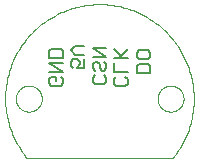
<source format=gbo>
G75*
%MOIN*%
%OFA0B0*%
%FSLAX25Y25*%
%IPPOS*%
%LPD*%
%AMOC8*
5,1,8,0,0,1.08239X$1,22.5*
%
%ADD10C,0.00000*%
%ADD11C,0.00300*%
%ADD12C,0.00500*%
D10*
X0008237Y0001406D02*
X0057056Y0001406D01*
X0051937Y0021091D02*
X0051939Y0021222D01*
X0051945Y0021354D01*
X0051955Y0021485D01*
X0051969Y0021616D01*
X0051987Y0021746D01*
X0052009Y0021875D01*
X0052034Y0022004D01*
X0052064Y0022132D01*
X0052098Y0022259D01*
X0052135Y0022386D01*
X0052176Y0022510D01*
X0052221Y0022634D01*
X0052270Y0022756D01*
X0052322Y0022877D01*
X0052378Y0022995D01*
X0052438Y0023113D01*
X0052501Y0023228D01*
X0052568Y0023341D01*
X0052638Y0023453D01*
X0052711Y0023562D01*
X0052787Y0023668D01*
X0052867Y0023773D01*
X0052950Y0023875D01*
X0053036Y0023974D01*
X0053125Y0024071D01*
X0053217Y0024165D01*
X0053312Y0024256D01*
X0053409Y0024345D01*
X0053509Y0024430D01*
X0053612Y0024512D01*
X0053717Y0024591D01*
X0053824Y0024667D01*
X0053934Y0024739D01*
X0054046Y0024808D01*
X0054160Y0024874D01*
X0054275Y0024936D01*
X0054393Y0024995D01*
X0054512Y0025050D01*
X0054633Y0025102D01*
X0054756Y0025149D01*
X0054880Y0025193D01*
X0055005Y0025234D01*
X0055131Y0025270D01*
X0055259Y0025303D01*
X0055387Y0025331D01*
X0055516Y0025356D01*
X0055646Y0025377D01*
X0055776Y0025394D01*
X0055907Y0025407D01*
X0056038Y0025416D01*
X0056169Y0025421D01*
X0056301Y0025422D01*
X0056432Y0025419D01*
X0056564Y0025412D01*
X0056695Y0025401D01*
X0056825Y0025386D01*
X0056955Y0025367D01*
X0057085Y0025344D01*
X0057213Y0025318D01*
X0057341Y0025287D01*
X0057468Y0025252D01*
X0057594Y0025214D01*
X0057718Y0025172D01*
X0057842Y0025126D01*
X0057963Y0025076D01*
X0058083Y0025023D01*
X0058202Y0024966D01*
X0058319Y0024906D01*
X0058433Y0024842D01*
X0058546Y0024774D01*
X0058657Y0024703D01*
X0058766Y0024629D01*
X0058872Y0024552D01*
X0058976Y0024471D01*
X0059077Y0024388D01*
X0059176Y0024301D01*
X0059272Y0024211D01*
X0059365Y0024118D01*
X0059456Y0024023D01*
X0059543Y0023925D01*
X0059628Y0023824D01*
X0059709Y0023721D01*
X0059787Y0023615D01*
X0059862Y0023507D01*
X0059934Y0023397D01*
X0060002Y0023285D01*
X0060067Y0023171D01*
X0060128Y0023054D01*
X0060186Y0022936D01*
X0060240Y0022816D01*
X0060291Y0022695D01*
X0060338Y0022572D01*
X0060381Y0022448D01*
X0060420Y0022323D01*
X0060456Y0022196D01*
X0060487Y0022068D01*
X0060515Y0021940D01*
X0060539Y0021811D01*
X0060559Y0021681D01*
X0060575Y0021550D01*
X0060587Y0021419D01*
X0060595Y0021288D01*
X0060599Y0021157D01*
X0060599Y0021025D01*
X0060595Y0020894D01*
X0060587Y0020763D01*
X0060575Y0020632D01*
X0060559Y0020501D01*
X0060539Y0020371D01*
X0060515Y0020242D01*
X0060487Y0020114D01*
X0060456Y0019986D01*
X0060420Y0019859D01*
X0060381Y0019734D01*
X0060338Y0019610D01*
X0060291Y0019487D01*
X0060240Y0019366D01*
X0060186Y0019246D01*
X0060128Y0019128D01*
X0060067Y0019011D01*
X0060002Y0018897D01*
X0059934Y0018785D01*
X0059862Y0018675D01*
X0059787Y0018567D01*
X0059709Y0018461D01*
X0059628Y0018358D01*
X0059543Y0018257D01*
X0059456Y0018159D01*
X0059365Y0018064D01*
X0059272Y0017971D01*
X0059176Y0017881D01*
X0059077Y0017794D01*
X0058976Y0017711D01*
X0058872Y0017630D01*
X0058766Y0017553D01*
X0058657Y0017479D01*
X0058546Y0017408D01*
X0058434Y0017340D01*
X0058319Y0017276D01*
X0058202Y0017216D01*
X0058083Y0017159D01*
X0057963Y0017106D01*
X0057842Y0017056D01*
X0057718Y0017010D01*
X0057594Y0016968D01*
X0057468Y0016930D01*
X0057341Y0016895D01*
X0057213Y0016864D01*
X0057085Y0016838D01*
X0056955Y0016815D01*
X0056825Y0016796D01*
X0056695Y0016781D01*
X0056564Y0016770D01*
X0056432Y0016763D01*
X0056301Y0016760D01*
X0056169Y0016761D01*
X0056038Y0016766D01*
X0055907Y0016775D01*
X0055776Y0016788D01*
X0055646Y0016805D01*
X0055516Y0016826D01*
X0055387Y0016851D01*
X0055259Y0016879D01*
X0055131Y0016912D01*
X0055005Y0016948D01*
X0054880Y0016989D01*
X0054756Y0017033D01*
X0054633Y0017080D01*
X0054512Y0017132D01*
X0054393Y0017187D01*
X0054275Y0017246D01*
X0054160Y0017308D01*
X0054046Y0017374D01*
X0053934Y0017443D01*
X0053824Y0017515D01*
X0053717Y0017591D01*
X0053612Y0017670D01*
X0053509Y0017752D01*
X0053409Y0017837D01*
X0053312Y0017926D01*
X0053217Y0018017D01*
X0053125Y0018111D01*
X0053036Y0018208D01*
X0052950Y0018307D01*
X0052867Y0018409D01*
X0052787Y0018514D01*
X0052711Y0018620D01*
X0052638Y0018729D01*
X0052568Y0018841D01*
X0052501Y0018954D01*
X0052438Y0019069D01*
X0052378Y0019187D01*
X0052322Y0019305D01*
X0052270Y0019426D01*
X0052221Y0019548D01*
X0052176Y0019672D01*
X0052135Y0019796D01*
X0052098Y0019923D01*
X0052064Y0020050D01*
X0052034Y0020178D01*
X0052009Y0020307D01*
X0051987Y0020436D01*
X0051969Y0020566D01*
X0051955Y0020697D01*
X0051945Y0020828D01*
X0051939Y0020960D01*
X0051937Y0021091D01*
X0004693Y0021091D02*
X0004695Y0021222D01*
X0004701Y0021354D01*
X0004711Y0021485D01*
X0004725Y0021616D01*
X0004743Y0021746D01*
X0004765Y0021875D01*
X0004790Y0022004D01*
X0004820Y0022132D01*
X0004854Y0022259D01*
X0004891Y0022386D01*
X0004932Y0022510D01*
X0004977Y0022634D01*
X0005026Y0022756D01*
X0005078Y0022877D01*
X0005134Y0022995D01*
X0005194Y0023113D01*
X0005257Y0023228D01*
X0005324Y0023341D01*
X0005394Y0023453D01*
X0005467Y0023562D01*
X0005543Y0023668D01*
X0005623Y0023773D01*
X0005706Y0023875D01*
X0005792Y0023974D01*
X0005881Y0024071D01*
X0005973Y0024165D01*
X0006068Y0024256D01*
X0006165Y0024345D01*
X0006265Y0024430D01*
X0006368Y0024512D01*
X0006473Y0024591D01*
X0006580Y0024667D01*
X0006690Y0024739D01*
X0006802Y0024808D01*
X0006916Y0024874D01*
X0007031Y0024936D01*
X0007149Y0024995D01*
X0007268Y0025050D01*
X0007389Y0025102D01*
X0007512Y0025149D01*
X0007636Y0025193D01*
X0007761Y0025234D01*
X0007887Y0025270D01*
X0008015Y0025303D01*
X0008143Y0025331D01*
X0008272Y0025356D01*
X0008402Y0025377D01*
X0008532Y0025394D01*
X0008663Y0025407D01*
X0008794Y0025416D01*
X0008925Y0025421D01*
X0009057Y0025422D01*
X0009188Y0025419D01*
X0009320Y0025412D01*
X0009451Y0025401D01*
X0009581Y0025386D01*
X0009711Y0025367D01*
X0009841Y0025344D01*
X0009969Y0025318D01*
X0010097Y0025287D01*
X0010224Y0025252D01*
X0010350Y0025214D01*
X0010474Y0025172D01*
X0010598Y0025126D01*
X0010719Y0025076D01*
X0010839Y0025023D01*
X0010958Y0024966D01*
X0011075Y0024906D01*
X0011189Y0024842D01*
X0011302Y0024774D01*
X0011413Y0024703D01*
X0011522Y0024629D01*
X0011628Y0024552D01*
X0011732Y0024471D01*
X0011833Y0024388D01*
X0011932Y0024301D01*
X0012028Y0024211D01*
X0012121Y0024118D01*
X0012212Y0024023D01*
X0012299Y0023925D01*
X0012384Y0023824D01*
X0012465Y0023721D01*
X0012543Y0023615D01*
X0012618Y0023507D01*
X0012690Y0023397D01*
X0012758Y0023285D01*
X0012823Y0023171D01*
X0012884Y0023054D01*
X0012942Y0022936D01*
X0012996Y0022816D01*
X0013047Y0022695D01*
X0013094Y0022572D01*
X0013137Y0022448D01*
X0013176Y0022323D01*
X0013212Y0022196D01*
X0013243Y0022068D01*
X0013271Y0021940D01*
X0013295Y0021811D01*
X0013315Y0021681D01*
X0013331Y0021550D01*
X0013343Y0021419D01*
X0013351Y0021288D01*
X0013355Y0021157D01*
X0013355Y0021025D01*
X0013351Y0020894D01*
X0013343Y0020763D01*
X0013331Y0020632D01*
X0013315Y0020501D01*
X0013295Y0020371D01*
X0013271Y0020242D01*
X0013243Y0020114D01*
X0013212Y0019986D01*
X0013176Y0019859D01*
X0013137Y0019734D01*
X0013094Y0019610D01*
X0013047Y0019487D01*
X0012996Y0019366D01*
X0012942Y0019246D01*
X0012884Y0019128D01*
X0012823Y0019011D01*
X0012758Y0018897D01*
X0012690Y0018785D01*
X0012618Y0018675D01*
X0012543Y0018567D01*
X0012465Y0018461D01*
X0012384Y0018358D01*
X0012299Y0018257D01*
X0012212Y0018159D01*
X0012121Y0018064D01*
X0012028Y0017971D01*
X0011932Y0017881D01*
X0011833Y0017794D01*
X0011732Y0017711D01*
X0011628Y0017630D01*
X0011522Y0017553D01*
X0011413Y0017479D01*
X0011302Y0017408D01*
X0011190Y0017340D01*
X0011075Y0017276D01*
X0010958Y0017216D01*
X0010839Y0017159D01*
X0010719Y0017106D01*
X0010598Y0017056D01*
X0010474Y0017010D01*
X0010350Y0016968D01*
X0010224Y0016930D01*
X0010097Y0016895D01*
X0009969Y0016864D01*
X0009841Y0016838D01*
X0009711Y0016815D01*
X0009581Y0016796D01*
X0009451Y0016781D01*
X0009320Y0016770D01*
X0009188Y0016763D01*
X0009057Y0016760D01*
X0008925Y0016761D01*
X0008794Y0016766D01*
X0008663Y0016775D01*
X0008532Y0016788D01*
X0008402Y0016805D01*
X0008272Y0016826D01*
X0008143Y0016851D01*
X0008015Y0016879D01*
X0007887Y0016912D01*
X0007761Y0016948D01*
X0007636Y0016989D01*
X0007512Y0017033D01*
X0007389Y0017080D01*
X0007268Y0017132D01*
X0007149Y0017187D01*
X0007031Y0017246D01*
X0006916Y0017308D01*
X0006802Y0017374D01*
X0006690Y0017443D01*
X0006580Y0017515D01*
X0006473Y0017591D01*
X0006368Y0017670D01*
X0006265Y0017752D01*
X0006165Y0017837D01*
X0006068Y0017926D01*
X0005973Y0018017D01*
X0005881Y0018111D01*
X0005792Y0018208D01*
X0005706Y0018307D01*
X0005623Y0018409D01*
X0005543Y0018514D01*
X0005467Y0018620D01*
X0005394Y0018729D01*
X0005324Y0018841D01*
X0005257Y0018954D01*
X0005194Y0019069D01*
X0005134Y0019187D01*
X0005078Y0019305D01*
X0005026Y0019426D01*
X0004977Y0019548D01*
X0004932Y0019672D01*
X0004891Y0019796D01*
X0004854Y0019923D01*
X0004820Y0020050D01*
X0004790Y0020178D01*
X0004765Y0020307D01*
X0004743Y0020436D01*
X0004725Y0020566D01*
X0004711Y0020697D01*
X0004701Y0020828D01*
X0004695Y0020960D01*
X0004693Y0021091D01*
D11*
X0001150Y0021092D02*
X0001159Y0021861D01*
X0001187Y0022630D01*
X0001233Y0023398D01*
X0001298Y0024165D01*
X0001382Y0024930D01*
X0001485Y0025693D01*
X0001606Y0026453D01*
X0001746Y0027210D01*
X0001905Y0027963D01*
X0002082Y0028712D01*
X0002277Y0029456D01*
X0002490Y0030196D01*
X0002722Y0030930D01*
X0002971Y0031658D01*
X0003238Y0032380D01*
X0003522Y0033095D01*
X0003824Y0033802D01*
X0004144Y0034503D01*
X0004480Y0035195D01*
X0004833Y0035879D01*
X0005203Y0036554D01*
X0005589Y0037219D01*
X0005992Y0037875D01*
X0006410Y0038521D01*
X0006844Y0039157D01*
X0007293Y0039781D01*
X0007758Y0040395D01*
X0008238Y0040997D01*
X0008732Y0041587D01*
X0009240Y0042165D01*
X0009762Y0042730D01*
X0010299Y0043282D01*
X0010848Y0043821D01*
X0011410Y0044346D01*
X0011986Y0044857D01*
X0012573Y0045354D01*
X0013173Y0045837D01*
X0013784Y0046305D01*
X0014406Y0046757D01*
X0015040Y0047195D01*
X0015683Y0047616D01*
X0016337Y0048022D01*
X0017001Y0048412D01*
X0017674Y0048785D01*
X0018356Y0049141D01*
X0019047Y0049481D01*
X0019745Y0049804D01*
X0020451Y0050110D01*
X0021165Y0050398D01*
X0021885Y0050668D01*
X0022612Y0050921D01*
X0023345Y0051156D01*
X0024083Y0051374D01*
X0024827Y0051572D01*
X0025575Y0051753D01*
X0026327Y0051915D01*
X0027083Y0052059D01*
X0027843Y0052184D01*
X0028605Y0052291D01*
X0029369Y0052379D01*
X0030136Y0052448D01*
X0030904Y0052498D01*
X0031673Y0052530D01*
X0032442Y0052543D01*
X0033212Y0052537D01*
X0033981Y0052512D01*
X0034749Y0052468D01*
X0035516Y0052405D01*
X0036282Y0052324D01*
X0037045Y0052224D01*
X0037805Y0052105D01*
X0038562Y0051968D01*
X0039316Y0051812D01*
X0040066Y0051638D01*
X0040811Y0051445D01*
X0041551Y0051235D01*
X0042286Y0051006D01*
X0043015Y0050759D01*
X0043737Y0050495D01*
X0044453Y0050213D01*
X0045162Y0049913D01*
X0045864Y0049596D01*
X0046557Y0049262D01*
X0047242Y0048912D01*
X0047918Y0048544D01*
X0048585Y0048160D01*
X0049243Y0047760D01*
X0049890Y0047344D01*
X0050527Y0046912D01*
X0051153Y0046465D01*
X0051769Y0046003D01*
X0052372Y0045525D01*
X0052964Y0045033D01*
X0053544Y0044527D01*
X0054110Y0044006D01*
X0054665Y0043472D01*
X0055205Y0042925D01*
X0055733Y0042364D01*
X0056246Y0041791D01*
X0056745Y0041205D01*
X0057230Y0040607D01*
X0057700Y0039998D01*
X0058154Y0039377D01*
X0058594Y0038745D01*
X0059018Y0038103D01*
X0059426Y0037450D01*
X0059818Y0036788D01*
X0060193Y0036116D01*
X0060552Y0035435D01*
X0060894Y0034746D01*
X0061220Y0034049D01*
X0061528Y0033343D01*
X0061819Y0032631D01*
X0062092Y0031911D01*
X0062347Y0031185D01*
X0062585Y0030453D01*
X0062804Y0029716D01*
X0063006Y0028973D01*
X0063189Y0028226D01*
X0063354Y0027474D01*
X0063501Y0026718D01*
X0063629Y0025959D01*
X0063738Y0025198D01*
X0063828Y0024433D01*
X0063900Y0023667D01*
X0063953Y0022899D01*
X0063988Y0022131D01*
X0064003Y0021361D01*
X0064000Y0020592D01*
X0063977Y0019822D01*
X0063936Y0019054D01*
X0063876Y0018287D01*
X0063798Y0017521D01*
X0063700Y0016758D01*
X0063584Y0015997D01*
X0063450Y0015239D01*
X0063296Y0014485D01*
X0063125Y0013735D01*
X0062935Y0012989D01*
X0062727Y0012248D01*
X0062501Y0011512D01*
X0062257Y0010782D01*
X0061995Y0010059D01*
X0061715Y0009342D01*
X0061418Y0008632D01*
X0061104Y0007929D01*
X0060772Y0007235D01*
X0060424Y0006549D01*
X0060059Y0005871D01*
X0059677Y0005203D01*
X0059279Y0004544D01*
X0058866Y0003895D01*
X0058436Y0003256D01*
X0057991Y0002629D01*
X0057531Y0002012D01*
X0057055Y0001407D01*
X0008236Y0001406D02*
X0007762Y0002002D01*
X0007302Y0002609D01*
X0006856Y0003227D01*
X0006426Y0003856D01*
X0006011Y0004495D01*
X0005612Y0005143D01*
X0005229Y0005802D01*
X0004862Y0006469D01*
X0004511Y0007145D01*
X0004176Y0007829D01*
X0003858Y0008522D01*
X0003557Y0009221D01*
X0003273Y0009928D01*
X0003007Y0010642D01*
X0002757Y0011362D01*
X0002526Y0012087D01*
X0002312Y0012818D01*
X0002115Y0013554D01*
X0001937Y0014295D01*
X0001776Y0015039D01*
X0001634Y0015788D01*
X0001510Y0016539D01*
X0001404Y0017293D01*
X0001316Y0018050D01*
X0001247Y0018809D01*
X0001196Y0019569D01*
X0001164Y0020330D01*
X0001150Y0021091D01*
D12*
X0015833Y0026139D02*
X0016584Y0025389D01*
X0019586Y0025389D01*
X0020337Y0026139D01*
X0020337Y0027641D01*
X0019586Y0028391D01*
X0018085Y0028391D02*
X0018085Y0026890D01*
X0018085Y0028391D02*
X0016584Y0028391D01*
X0015833Y0027641D01*
X0015833Y0026139D01*
X0015833Y0029993D02*
X0020337Y0029993D01*
X0015833Y0032995D01*
X0020337Y0032995D01*
X0020337Y0034596D02*
X0020337Y0036848D01*
X0019586Y0037599D01*
X0016584Y0037599D01*
X0015833Y0036848D01*
X0015833Y0034596D01*
X0020337Y0034596D01*
X0022959Y0033389D02*
X0022959Y0031887D01*
X0023710Y0031137D01*
X0025211Y0031137D02*
X0025962Y0032638D01*
X0025962Y0033389D01*
X0025211Y0034139D01*
X0023710Y0034139D01*
X0022959Y0033389D01*
X0024460Y0035741D02*
X0022959Y0037242D01*
X0024460Y0038743D01*
X0027463Y0038743D01*
X0030392Y0038055D02*
X0034896Y0038055D01*
X0037479Y0037582D02*
X0039731Y0035331D01*
X0038980Y0034580D02*
X0041983Y0037582D01*
X0045006Y0036457D02*
X0045006Y0034956D01*
X0045757Y0034205D01*
X0048759Y0034205D01*
X0049510Y0034956D01*
X0049510Y0036457D01*
X0048759Y0037208D01*
X0045757Y0037208D01*
X0045006Y0036457D01*
X0041983Y0034580D02*
X0037479Y0034580D01*
X0037479Y0032979D02*
X0037479Y0029976D01*
X0041983Y0029976D01*
X0041232Y0028375D02*
X0041983Y0027624D01*
X0041983Y0026123D01*
X0041232Y0025372D01*
X0038229Y0025372D01*
X0037479Y0026123D01*
X0037479Y0027624D01*
X0038229Y0028375D01*
X0034896Y0028096D02*
X0034896Y0026595D01*
X0034145Y0025845D01*
X0031143Y0025845D01*
X0030392Y0026595D01*
X0030392Y0028096D01*
X0031143Y0028847D01*
X0031143Y0030448D02*
X0030392Y0031199D01*
X0030392Y0032700D01*
X0031143Y0033451D01*
X0031893Y0033451D01*
X0032644Y0032700D01*
X0032644Y0031199D01*
X0033395Y0030448D01*
X0034145Y0030448D01*
X0034896Y0031199D01*
X0034896Y0032700D01*
X0034145Y0033451D01*
X0034896Y0035052D02*
X0030392Y0038055D01*
X0027463Y0035741D02*
X0024460Y0035741D01*
X0027463Y0034139D02*
X0027463Y0031137D01*
X0025211Y0031137D01*
X0030392Y0035052D02*
X0034896Y0035052D01*
X0034145Y0028847D02*
X0034896Y0028096D01*
X0045006Y0029601D02*
X0045006Y0031853D01*
X0045757Y0032604D01*
X0048759Y0032604D01*
X0049510Y0031853D01*
X0049510Y0029601D01*
X0045006Y0029601D01*
M02*

</source>
